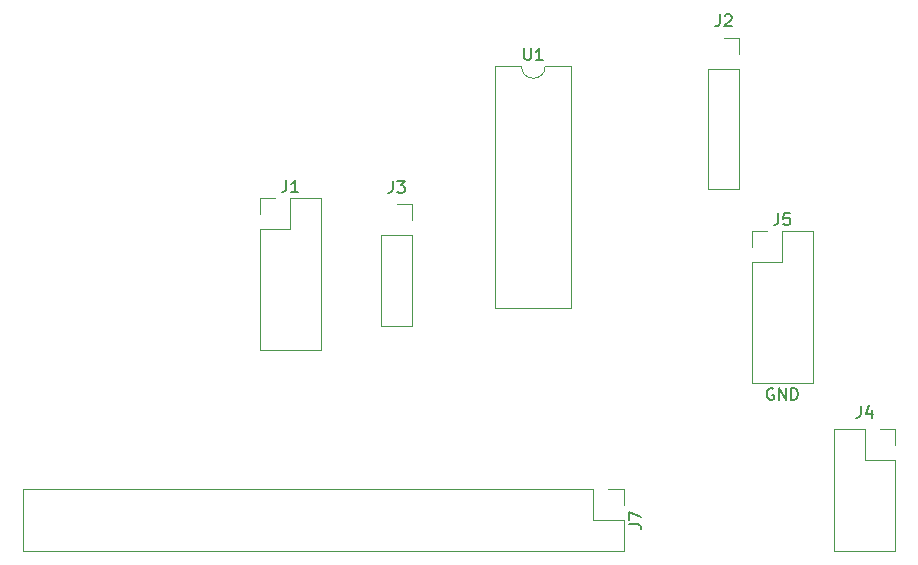
<source format=gbr>
%TF.GenerationSoftware,KiCad,Pcbnew,(5.1.9)-1*%
%TF.CreationDate,2022-08-11T12:06:35+02:00*%
%TF.ProjectId,raspi-shield,72617370-692d-4736-9869-656c642e6b69,rev?*%
%TF.SameCoordinates,Original*%
%TF.FileFunction,Legend,Top*%
%TF.FilePolarity,Positive*%
%FSLAX46Y46*%
G04 Gerber Fmt 4.6, Leading zero omitted, Abs format (unit mm)*
G04 Created by KiCad (PCBNEW (5.1.9)-1) date 2022-08-11 12:06:35*
%MOMM*%
%LPD*%
G01*
G04 APERTURE LIST*
%ADD10C,0.120000*%
%ADD11C,0.150000*%
G04 APERTURE END LIST*
D10*
%TO.C,U1*%
X130032000Y-46803000D02*
G75*
G02*
X128032000Y-46803000I-1000000J0D01*
G01*
X128032000Y-46803000D02*
X125797000Y-46803000D01*
X125797000Y-46803000D02*
X125797000Y-67243000D01*
X125797000Y-67243000D02*
X132267000Y-67243000D01*
X132267000Y-67243000D02*
X132267000Y-46803000D01*
X132267000Y-46803000D02*
X130032000Y-46803000D01*
%TO.C,J7*%
X85792000Y-82617000D02*
X85792000Y-87817000D01*
X134112000Y-82617000D02*
X85792000Y-82617000D01*
X136712000Y-87817000D02*
X85792000Y-87817000D01*
X134112000Y-82617000D02*
X134112000Y-85217000D01*
X134112000Y-85217000D02*
X136712000Y-85217000D01*
X136712000Y-85217000D02*
X136712000Y-87817000D01*
X135382000Y-82617000D02*
X136712000Y-82617000D01*
X136712000Y-82617000D02*
X136712000Y-83947000D01*
%TO.C,J5*%
X147514000Y-73593000D02*
X152714000Y-73593000D01*
X147514000Y-63373000D02*
X147514000Y-73593000D01*
X152714000Y-60773000D02*
X152714000Y-73593000D01*
X147514000Y-63373000D02*
X150114000Y-63373000D01*
X150114000Y-63373000D02*
X150114000Y-60773000D01*
X150114000Y-60773000D02*
X152714000Y-60773000D01*
X147514000Y-62103000D02*
X147514000Y-60773000D01*
X147514000Y-60773000D02*
X148844000Y-60773000D01*
%TO.C,J4*%
X154499000Y-77537000D02*
X157099000Y-77537000D01*
X154499000Y-77537000D02*
X154499000Y-87817000D01*
X154499000Y-87817000D02*
X159699000Y-87817000D01*
X159699000Y-80137000D02*
X159699000Y-87817000D01*
X157099000Y-80137000D02*
X159699000Y-80137000D01*
X157099000Y-77537000D02*
X157099000Y-80137000D01*
X159699000Y-77537000D02*
X159699000Y-78867000D01*
X158369000Y-77537000D02*
X159699000Y-77537000D01*
%TO.C,J3*%
X116145000Y-61087000D02*
X118805000Y-61087000D01*
X116145000Y-61087000D02*
X116145000Y-68767000D01*
X116145000Y-68767000D02*
X118805000Y-68767000D01*
X118805000Y-61087000D02*
X118805000Y-68767000D01*
X118805000Y-58487000D02*
X118805000Y-59817000D01*
X117475000Y-58487000D02*
X118805000Y-58487000D01*
%TO.C,J2*%
X143831000Y-46990000D02*
X146491000Y-46990000D01*
X143831000Y-46990000D02*
X143831000Y-57210000D01*
X143831000Y-57210000D02*
X146491000Y-57210000D01*
X146491000Y-46990000D02*
X146491000Y-57210000D01*
X146491000Y-44390000D02*
X146491000Y-45720000D01*
X145161000Y-44390000D02*
X146491000Y-44390000D01*
%TO.C,J1*%
X105858000Y-70799000D02*
X111058000Y-70799000D01*
X105858000Y-60579000D02*
X105858000Y-70799000D01*
X111058000Y-57979000D02*
X111058000Y-70799000D01*
X105858000Y-60579000D02*
X108458000Y-60579000D01*
X108458000Y-60579000D02*
X108458000Y-57979000D01*
X108458000Y-57979000D02*
X111058000Y-57979000D01*
X105858000Y-59309000D02*
X105858000Y-57979000D01*
X105858000Y-57979000D02*
X107188000Y-57979000D01*
%TO.C,U1*%
D11*
X128270095Y-45255380D02*
X128270095Y-46064904D01*
X128317714Y-46160142D01*
X128365333Y-46207761D01*
X128460571Y-46255380D01*
X128651047Y-46255380D01*
X128746285Y-46207761D01*
X128793904Y-46160142D01*
X128841523Y-46064904D01*
X128841523Y-45255380D01*
X129841523Y-46255380D02*
X129270095Y-46255380D01*
X129555809Y-46255380D02*
X129555809Y-45255380D01*
X129460571Y-45398238D01*
X129365333Y-45493476D01*
X129270095Y-45541095D01*
%TO.C,J7*%
X137164380Y-85550333D02*
X137878666Y-85550333D01*
X138021523Y-85597952D01*
X138116761Y-85693190D01*
X138164380Y-85836047D01*
X138164380Y-85931285D01*
X137164380Y-85169380D02*
X137164380Y-84502714D01*
X138164380Y-84931285D01*
%TO.C,J5*%
X149780666Y-59225380D02*
X149780666Y-59939666D01*
X149733047Y-60082523D01*
X149637809Y-60177761D01*
X149494952Y-60225380D01*
X149399714Y-60225380D01*
X150733047Y-59225380D02*
X150256857Y-59225380D01*
X150209238Y-59701571D01*
X150256857Y-59653952D01*
X150352095Y-59606333D01*
X150590190Y-59606333D01*
X150685428Y-59653952D01*
X150733047Y-59701571D01*
X150780666Y-59796809D01*
X150780666Y-60034904D01*
X150733047Y-60130142D01*
X150685428Y-60177761D01*
X150590190Y-60225380D01*
X150352095Y-60225380D01*
X150256857Y-60177761D01*
X150209238Y-60130142D01*
X149352095Y-74093000D02*
X149256857Y-74045380D01*
X149114000Y-74045380D01*
X148971142Y-74093000D01*
X148875904Y-74188238D01*
X148828285Y-74283476D01*
X148780666Y-74473952D01*
X148780666Y-74616809D01*
X148828285Y-74807285D01*
X148875904Y-74902523D01*
X148971142Y-74997761D01*
X149114000Y-75045380D01*
X149209238Y-75045380D01*
X149352095Y-74997761D01*
X149399714Y-74950142D01*
X149399714Y-74616809D01*
X149209238Y-74616809D01*
X149828285Y-75045380D02*
X149828285Y-74045380D01*
X150399714Y-75045380D01*
X150399714Y-74045380D01*
X150875904Y-75045380D02*
X150875904Y-74045380D01*
X151114000Y-74045380D01*
X151256857Y-74093000D01*
X151352095Y-74188238D01*
X151399714Y-74283476D01*
X151447333Y-74473952D01*
X151447333Y-74616809D01*
X151399714Y-74807285D01*
X151352095Y-74902523D01*
X151256857Y-74997761D01*
X151114000Y-75045380D01*
X150875904Y-75045380D01*
%TO.C,J4*%
X156765666Y-75549380D02*
X156765666Y-76263666D01*
X156718047Y-76406523D01*
X156622809Y-76501761D01*
X156479952Y-76549380D01*
X156384714Y-76549380D01*
X157670428Y-75882714D02*
X157670428Y-76549380D01*
X157432333Y-75501761D02*
X157194238Y-76216047D01*
X157813285Y-76216047D01*
%TO.C,J3*%
X117141666Y-56499380D02*
X117141666Y-57213666D01*
X117094047Y-57356523D01*
X116998809Y-57451761D01*
X116855952Y-57499380D01*
X116760714Y-57499380D01*
X117522619Y-56499380D02*
X118141666Y-56499380D01*
X117808333Y-56880333D01*
X117951190Y-56880333D01*
X118046428Y-56927952D01*
X118094047Y-56975571D01*
X118141666Y-57070809D01*
X118141666Y-57308904D01*
X118094047Y-57404142D01*
X118046428Y-57451761D01*
X117951190Y-57499380D01*
X117665476Y-57499380D01*
X117570238Y-57451761D01*
X117522619Y-57404142D01*
%TO.C,J2*%
X144827666Y-42402380D02*
X144827666Y-43116666D01*
X144780047Y-43259523D01*
X144684809Y-43354761D01*
X144541952Y-43402380D01*
X144446714Y-43402380D01*
X145256238Y-42497619D02*
X145303857Y-42450000D01*
X145399095Y-42402380D01*
X145637190Y-42402380D01*
X145732428Y-42450000D01*
X145780047Y-42497619D01*
X145827666Y-42592857D01*
X145827666Y-42688095D01*
X145780047Y-42830952D01*
X145208619Y-43402380D01*
X145827666Y-43402380D01*
%TO.C,J1*%
X108124666Y-56431380D02*
X108124666Y-57145666D01*
X108077047Y-57288523D01*
X107981809Y-57383761D01*
X107838952Y-57431380D01*
X107743714Y-57431380D01*
X109124666Y-57431380D02*
X108553238Y-57431380D01*
X108838952Y-57431380D02*
X108838952Y-56431380D01*
X108743714Y-56574238D01*
X108648476Y-56669476D01*
X108553238Y-56717095D01*
%TD*%
M02*

</source>
